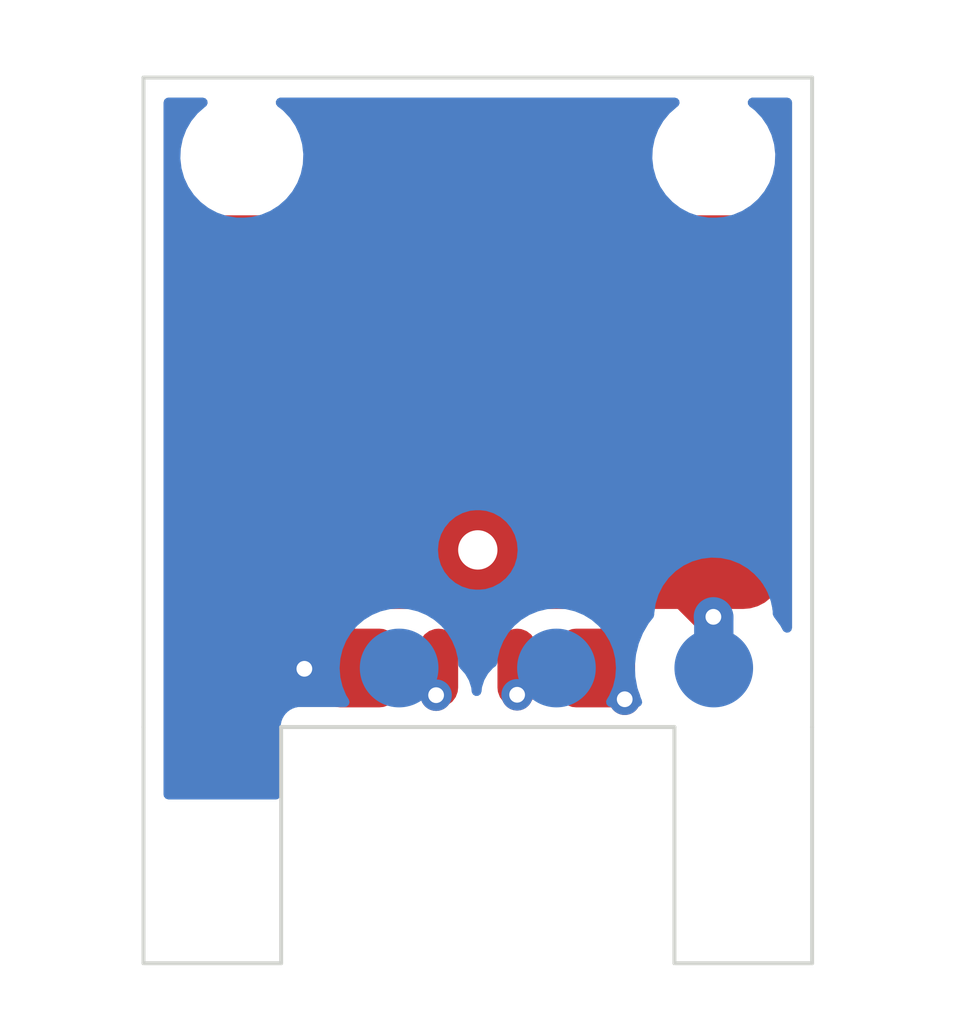
<source format=kicad_pcb>
(kicad_pcb (version 20211014) (generator pcbnew)
  (title_block (title "LGAD carrier board compatible with Chubut 2") (date "2022-08-15") (company "Universität Zürich") (comment 1 "Matias Senger"))
  (layers (0 "F.Cu" signal) (31 "B.Cu" signal) (34 "B.Paste" user) (35 "F.Paste" user) (36 "B.SilkS" user "B.Silkscreen") (37 "F.SilkS" user "F.Silkscreen") (38 "B.Mask" user) (39 "F.Mask" user) (44 "Edge.Cuts" user))
  (net 0 "")
  (net 1 "GND")
  (net 2 "Net-(J3-Pad1)")
  (net 3 "Net-(J1-Pad1)")
  (net 4 "/HV")
  (footprint "chubut:LGAD" (layer "F.Cu") (at 0 0)
    (fp_text reference "U1" hide)
    (fp_text value "LGAD_2_pad")
    (pad "" np_thru_hole circle (at 0 0 90) (size 1 1) (drill 1) (layers F&B.Cu))
    (pad "1" smd roundrect (at 0 -3.5) (size 15.5 10) (layers "F.Cu" "F.Mask") (roundrect_rratio 0.1) (net 4 "/HV"))
    (pad "2" smd roundrect (at -3 3) (size 2 2) (layers "F.Cu" "F.Mask") (net 1 "GND"))
    (pad "2" smd roundrect (at 3 3) (size 2 2) (layers "F.Cu" "F.Mask") (net 1 "GND"))
    (pad "3" smd roundrect (at 1 3) (size 1 2) (layers "F.Cu" "F.Mask") (roundrect_rratio 0.5) (net 2 "Net-(J3-Pad1)"))
    (pad "4" smd roundrect (at -1 3) (size 1 2) (layers "F.Cu" "F.Mask") (roundrect_rratio 0.5) (net 3 "Net-(J1-Pad1)"))
  )
  (footprint "MountingHole:MountingHole_2.1mm" (layer "F.Cu") (at -6 -10)
    (fp_text reference "H1" hide)
    (fp_text value "MountingHole")
    (pad "" np_thru_hole circle (at 0 0) (size 2.1 2.1) (drill 2.1) (layers *.Cu *.Mask))
  )
  (footprint "MountingHole:MountingHole_2.1mm" (layer "F.Cu") (at 7 8)
    (fp_text reference "H3" hide)
    (fp_text value "MountingHole")
    (pad "" np_thru_hole circle (at 0 0) (size 2.1 2.1) (drill 2.1) (layers *.Cu *.Mask))
  )
  (footprint "MountingHole:MountingHole_2.1mm" (layer "F.Cu") (at -7 8)
    (fp_text reference "H4" hide)
    (fp_text value "MountingHole")
    (pad "" np_thru_hole circle (at 0 0) (size 2.1 2.1) (drill 2.1) (layers *.Cu *.Mask))
  )
  (footprint "MountingHole:MountingHole_2.1mm" (layer "F.Cu") (at 6 -10)
    (fp_text reference "H2" hide)
    (fp_text value "MountingHole")
    (pad "" np_thru_hole circle (at 0 0) (size 2.1 2.1) (drill 2.1) (layers *.Cu *.Mask))
  )
  (footprint "chubut:MILL-MAX_0965-0-15-20-80-14-11-0_contact" (layer "B.Cu") (at -2 3 180)
    (fp_text reference "J1" hide)
    (fp_text value "CH1")
    (pad "1" smd circle (at 0 0 180) (size 2 2) (layers "B.Cu" "B.Mask") (net 3 "Net-(J1-Pad1)"))
  )
  (footprint "chubut:MILL-MAX_0965-0-15-20-80-14-11-0_contact" (layer "B.Cu") (at 2 3 180)
    (fp_text reference "J3" hide)
    (fp_text value "CH2")
    (pad "1" smd circle (at 0 0 180) (size 2 2) (layers "B.Cu" "B.Mask") (net 2 "Net-(J3-Pad1)"))
  )
  (footprint "chubut:MILL-MAX_0965-0-15-20-80-14-11-0_contact" (layer "B.Cu") (at -6 3 180)
    (fp_text reference "J4" hide)
    (fp_text value "GND")
    (pad "1" smd circle (at 0 0 180) (size 2 2) (layers "B.Cu" "B.Mask") (net 1 "GND"))
  )
  (footprint "chubut:MILL-MAX_0965-0-15-20-80-14-11-0_contact" (layer "B.Cu") (at 6 3 180)
    (fp_text reference "J2" hide)
    (fp_text value "HV")
    (pad "1" smd circle (at 0 0 180) (size 2 2) (layers "B.Cu" "B.Mask") (net 4 "/HV"))
  )
  (gr_line (start 8.5 4.5) (end 8.5 10.5) (layer "Edge.Cuts") (width 0.1))
  (gr_line (start 8.5 10.5) (end 5 10.5) (layer "Edge.Cuts") (width 0.1))
  (gr_line (start -5 4.5) (end 5 4.5) (layer "Edge.Cuts") (width 0.1))
  (gr_line (start -8.5 -12) (end 8.5 -12) (layer "Edge.Cuts") (width 0.1))
  (gr_line (start -5 10.5) (end -5 4.5) (layer "Edge.Cuts") (width 0.1))
  (gr_line (start -8.5 4.5) (end -8.5 10.5) (layer "Edge.Cuts") (width 0.1))
  (gr_line (start 8.5 -12) (end 8.5 4.5) (layer "Edge.Cuts") (width 0.1))
  (gr_line (start -8.5 10.5) (end -5 10.5) (layer "Edge.Cuts") (width 0.1))
  (gr_line (start 5 10.5) (end 5 4.5) (layer "Edge.Cuts") (width 0.1))
  (gr_line (start -8.5 4.5) (end -8.5 -12) (layer "Edge.Cuts") (width 0.1))
  (segment (start 3 3.05808) (end 3.735539 3.793619) (width 0.25) (layer "F.Cu") (net 1))
  (segment (start -4.39 3) (end -4.41 3.02) (width 0.25) (layer "F.Cu") (net 1))
  (segment (start -3 3) (end -4.39 3) (width 0.25) (layer "F.Cu") (net 1))
  (segment (start 3 3) (end 3 3.05808) (width 0.25) (layer "F.Cu") (net 1))
  (via (at 3.735539 3.793619) (size 0.8) (drill 0.4) (layers "F.Cu" "B.Cu") (net 1))
  (via (at -4.41 3.02) (size 0.8) (drill 0.4) (layers "F.Cu" "B.Cu") (net 1))
  (segment (start -4.41 3.02) (end -5.98 3.02) (width 0.25) (layer "B.Cu") (net 1))
  (segment (start -5.98 3.02) (end -6 3) (width 0.25) (layer "B.Cu") (net 1))
  (segment (start 1 3) (end 1 3.68) (width 0.25) (layer "F.Cu") (net 2))
  (via (at 1 3.68) (size 0.8) (drill 0.4) (layers "F.Cu" "B.Cu") (net 2))
  (segment (start 1.32 3.68) (end 2 3) (width 0.25) (layer "B.Cu") (net 2))
  (segment (start 1 3.68) (end 1.32 3.68) (width 0.25) (layer "B.Cu") (net 2))
  (segment (start -1 3.63) (end -1.06 3.69) (width 0.25) (layer "F.Cu") (net 3))
  (segment (start -1 3) (end -1 3.63) (width 0.25) (layer "F.Cu") (net 3))
  (via (at -1.06 3.69) (size 0.8) (drill 0.4) (layers "F.Cu" "B.Cu") (net 3))
  (segment (start -1.31 3.69) (end -2 3) (width 0.25) (layer "B.Cu") (net 3))
  (segment (start -1.06 3.69) (end -1.31 3.69) (width 0.25) (layer "B.Cu") (net 3))
  (segment (start 5.99 1.7) (end 0.79 -3.5) (width 1) (layer "F.Cu") (net 4))
  (segment (start 0.79 -3.5) (end 0 -3.5) (width 1) (layer "F.Cu") (net 4))
  (via (at 5.99 1.7) (size 0.8) (drill 0.4) (layers "F.Cu" "B.Cu") (net 4))
  (segment (start 6 1.71) (end 5.99 1.7) (width 1) (layer "B.Cu") (net 4))
  (segment (start 6 3) (end 6 1.71) (width 1) (layer "B.Cu") (net 4))
  (zone (net 1) (net_name "GND") (layer "B.Cu") (connect_pads (clearance 0.508)) (min_thickness 0.254) (fill yes (thermal_gap 0.508) (thermal_bridge_width 0.508))
    (polygon (pts (xy 10.3 6.34) (xy -10.18 6.34) (xy -10.18 -13.97) (xy 10.3 -13.97)))
  )
)
</source>
